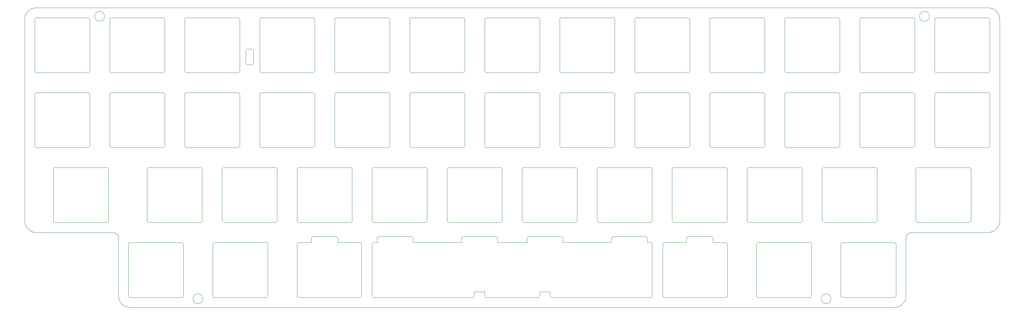
<source format=gm1>
%TF.GenerationSoftware,KiCad,Pcbnew,7.0.6*%
%TF.CreationDate,2023-09-07T16:15:18-04:00*%
%TF.ProjectId,Vault45_Alpha_FR4_Plate_Switch_Blocker_Cutouts,5661756c-7434-4355-9f41-6c7068615f46,rev?*%
%TF.SameCoordinates,PX1c63012PY7616bd0*%
%TF.FileFunction,Profile,NP*%
%FSLAX46Y46*%
G04 Gerber Fmt 4.6, Leading zero omitted, Abs format (unit mm)*
G04 Created by KiCad (PCBNEW 7.0.6) date 2023-09-07 16:15:18*
%MOMM*%
%LPD*%
G01*
G04 APERTURE LIST*
%TA.AperFunction,Profile*%
%ADD10C,0.090000*%
%TD*%
%ADD11C,0.090000*%
G04 APERTURE END LIST*
D10*
X116825000Y41149499D02*
X116825000Y54149499D01*
D11*
X117325000Y40649499D02*
X117224232Y40659658D01*
X117130377Y40688792D01*
X117045445Y40734891D01*
X116971446Y40795946D01*
X116910392Y40869944D01*
X116864292Y40954877D01*
X116835158Y41048732D01*
X116825000Y41149499D01*
D10*
X130325000Y40649499D02*
X117325000Y40649499D01*
D11*
X130825000Y41149499D02*
X130814841Y41048732D01*
X130785707Y40954877D01*
X130739607Y40869944D01*
X130678553Y40795946D01*
X130604554Y40734891D01*
X130519622Y40688792D01*
X130425767Y40659658D01*
X130325000Y40649499D01*
D10*
X130825000Y54149499D02*
X130825000Y41149499D01*
D11*
X130325000Y54649499D02*
X130425767Y54639341D01*
X130519622Y54610207D01*
X130604554Y54564107D01*
X130678553Y54503053D01*
X130739607Y54429054D01*
X130785707Y54344122D01*
X130814841Y54250267D01*
X130825000Y54149499D01*
D10*
X117325000Y54649499D02*
X130325000Y54649499D01*
D11*
X116825000Y54149499D02*
X116835158Y54250267D01*
X116864292Y54344122D01*
X116910392Y54429054D01*
X116971446Y54503053D01*
X117045445Y54564107D01*
X117130377Y54610207D01*
X117224232Y54639341D01*
X117325000Y54649499D01*
X130825000Y60199499D02*
X130814841Y60098732D01*
X130785707Y60004877D01*
X130739607Y59919944D01*
X130678553Y59845946D01*
X130604554Y59784891D01*
X130519622Y59738792D01*
X130425767Y59709658D01*
X130325000Y59699499D01*
D10*
X130825000Y73199499D02*
X130825000Y60199499D01*
D11*
X130325000Y73699499D02*
X130425767Y73689341D01*
X130519622Y73660207D01*
X130604554Y73614107D01*
X130678553Y73553053D01*
X130739607Y73479054D01*
X130785707Y73394122D01*
X130814841Y73300267D01*
X130825000Y73199499D01*
D10*
X117325000Y73699499D02*
X130325000Y73699499D01*
D11*
X116825000Y73199499D02*
X116835158Y73300267D01*
X116864292Y73394122D01*
X116910392Y73479054D01*
X116971446Y73553053D01*
X117045445Y73614107D01*
X117130377Y73660207D01*
X117224232Y73689341D01*
X117325000Y73699499D01*
D10*
X116825000Y60199499D02*
X116825000Y73199499D01*
D11*
X117325000Y59699499D02*
X117224232Y59709658D01*
X117130377Y59738792D01*
X117045445Y59784891D01*
X116971446Y59845946D01*
X116910392Y59919944D01*
X116864292Y60004877D01*
X116835158Y60098732D01*
X116825000Y60199499D01*
D10*
X130325000Y59699499D02*
X117325000Y59699499D01*
X114155648Y4018499D02*
X116825001Y4018499D01*
X114155647Y3048499D02*
X114155648Y4018499D01*
D11*
X113655647Y2548499D02*
X113756414Y2558658D01*
X113850269Y2587792D01*
X113935201Y2633891D01*
X114009200Y2694946D01*
X114070254Y2768944D01*
X114116354Y2853877D01*
X114145488Y2947732D01*
X114155647Y3048499D01*
D10*
X88750000Y2551326D02*
X113655647Y2548499D01*
D11*
X88250000Y3051326D02*
X88260158Y2950559D01*
X88289292Y2856704D01*
X88335392Y2771771D01*
X88396446Y2697773D01*
X88470445Y2636718D01*
X88555377Y2590619D01*
X88649232Y2561485D01*
X88750000Y2551326D01*
D10*
X88250000Y16048480D02*
X88250000Y3051326D01*
D11*
X88750000Y16548480D02*
X88649232Y16538322D01*
X88555377Y16509188D01*
X88470445Y16463088D01*
X88396446Y16402034D01*
X88335392Y16328035D01*
X88289292Y16243103D01*
X88260158Y16149248D01*
X88250000Y16048480D01*
D10*
X89500000Y16548498D02*
X88750000Y16548480D01*
X89500000Y17518499D02*
X89500000Y16548498D01*
D11*
X90000000Y18018499D02*
X89899232Y18008341D01*
X89805377Y17979207D01*
X89720445Y17933107D01*
X89646446Y17872053D01*
X89585392Y17798054D01*
X89539292Y17713122D01*
X89510158Y17619267D01*
X89500000Y17518499D01*
D10*
X98124000Y18018499D02*
X90000000Y18018499D01*
D11*
X98624000Y17518499D02*
X98613841Y17619267D01*
X98584707Y17713122D01*
X98538607Y17798054D01*
X98477553Y17872053D01*
X98403554Y17933107D01*
X98318622Y17979207D01*
X98224767Y18008341D01*
X98124000Y18018499D01*
D10*
X98624000Y16548498D02*
X98624000Y17518499D01*
X110924325Y16551329D02*
X98624000Y16548498D01*
X110924325Y17518499D02*
X110924325Y16551329D01*
D11*
X111424325Y18018499D02*
X111323557Y18008341D01*
X111229702Y17979207D01*
X111144770Y17933107D01*
X111070771Y17872053D01*
X111009717Y17798054D01*
X110963617Y17713122D01*
X110934483Y17619267D01*
X110924325Y17518499D01*
D10*
X119549047Y18018499D02*
X111424325Y18018499D01*
D11*
X120049047Y17518499D02*
X120038888Y17619267D01*
X120009754Y17713122D01*
X119963654Y17798054D01*
X119902600Y17872053D01*
X119828601Y17933107D01*
X119743669Y17979207D01*
X119649814Y18008341D01*
X119549047Y18018499D01*
D10*
X120049047Y16551329D02*
X120049047Y17518499D01*
X127600000Y16551329D02*
X120049047Y16551329D01*
X127600000Y17518499D02*
X127600000Y16551329D01*
D11*
X128100000Y18018499D02*
X127999232Y18008341D01*
X127905377Y17979207D01*
X127820445Y17933107D01*
X127746446Y17872053D01*
X127685392Y17798054D01*
X127639292Y17713122D01*
X127610158Y17619267D01*
X127600000Y17518499D01*
D10*
X136224000Y18018499D02*
X128100000Y18018499D01*
D11*
X136724000Y17518499D02*
X136713841Y17619267D01*
X136684707Y17713122D01*
X136638607Y17798054D01*
X136577553Y17872053D01*
X136503554Y17933107D01*
X136418622Y17979207D01*
X136324767Y18008341D01*
X136224000Y18018499D01*
D10*
X136724000Y16548498D02*
X136724000Y17518499D01*
X149023675Y16548498D02*
X136724000Y16548498D01*
X149023675Y17518499D02*
X149023675Y16548498D01*
D11*
X149523675Y18018499D02*
X149422907Y18008341D01*
X149329052Y17979207D01*
X149244120Y17933107D01*
X149170121Y17872053D01*
X149109067Y17798054D01*
X149062967Y17713122D01*
X149033833Y17619267D01*
X149023675Y17518499D01*
D10*
X157649847Y18018499D02*
X149523675Y18018499D01*
D11*
X158149847Y17518499D02*
X158139688Y17619267D01*
X158110554Y17713122D01*
X158064454Y17798054D01*
X158003400Y17872053D01*
X157929401Y17933107D01*
X157844469Y17979207D01*
X157750614Y18008341D01*
X157649847Y18018499D01*
D10*
X158149847Y16548499D02*
X158149847Y17518499D01*
X158900000Y16548499D02*
X158149847Y16548499D01*
D11*
X159400000Y16048499D02*
X159389841Y16149267D01*
X159360707Y16243122D01*
X159314607Y16328054D01*
X159253553Y16402053D01*
X159179554Y16463107D01*
X159094622Y16509207D01*
X159000767Y16538341D01*
X158900000Y16548499D01*
D10*
X159400000Y3048499D02*
X159400000Y16048499D01*
D11*
X158900000Y2548499D02*
X159000767Y2558658D01*
X159094622Y2587792D01*
X159179554Y2633891D01*
X159253553Y2694946D01*
X159314607Y2768944D01*
X159360707Y2853877D01*
X159389841Y2947732D01*
X159400000Y3048499D01*
D10*
X133994047Y2548499D02*
X158900000Y2548499D01*
D11*
X133494047Y3048499D02*
X133504205Y2947732D01*
X133533339Y2853877D01*
X133579438Y2768944D01*
X133640493Y2694946D01*
X133714491Y2633891D01*
X133799424Y2587792D01*
X133893279Y2558658D01*
X133994047Y2548499D01*
D10*
X133494046Y4018499D02*
X133494047Y3048499D01*
X130825002Y4018499D02*
X133494046Y4018499D01*
X130825000Y3051326D02*
X130825002Y4018499D01*
D11*
X130325000Y2551326D02*
X130425767Y2561485D01*
X130519622Y2590619D01*
X130604554Y2636718D01*
X130678553Y2697773D01*
X130739607Y2771771D01*
X130785707Y2856704D01*
X130814841Y2950559D01*
X130825000Y3051326D01*
D10*
X117325000Y2551326D02*
X130325000Y2551326D01*
D11*
X116825000Y3051326D02*
X116835158Y2950559D01*
X116864292Y2856704D01*
X116910392Y2771771D01*
X116971446Y2697773D01*
X117045445Y2636718D01*
X117130377Y2590619D01*
X117224232Y2561485D01*
X117325000Y2551326D01*
D10*
X116825001Y4018499D02*
X116825000Y3051326D01*
X229833010Y74023120D02*
G75*
G03*
X229833010Y74023120I-1250000J0D01*
G01*
D11*
X61268750Y16548499D02*
X61369517Y16538341D01*
X61463372Y16509207D01*
X61548304Y16463107D01*
X61622303Y16402053D01*
X61683357Y16328054D01*
X61729457Y16243122D01*
X61758591Y16149267D01*
X61768750Y16048499D01*
D10*
X48268750Y16548499D02*
X61268750Y16548499D01*
D11*
X47768750Y16048499D02*
X47778908Y16149267D01*
X47808042Y16243122D01*
X47854142Y16328054D01*
X47915196Y16402053D01*
X47989195Y16463107D01*
X48074127Y16509207D01*
X48167982Y16538341D01*
X48268750Y16548499D01*
D10*
X47768750Y3048499D02*
X47768750Y16048499D01*
D11*
X48268750Y2548499D02*
X48167982Y2558658D01*
X48074127Y2587792D01*
X47989195Y2633891D01*
X47915196Y2694946D01*
X47854142Y2768944D01*
X47808042Y2853877D01*
X47778908Y2947732D01*
X47768750Y3048499D01*
D10*
X61268750Y2548499D02*
X48268750Y2548499D01*
D11*
X61768750Y3048499D02*
X61758591Y2947732D01*
X61729457Y2853877D01*
X61683357Y2768944D01*
X61622303Y2694946D01*
X61548304Y2633891D01*
X61463372Y2587792D01*
X61369517Y2558658D01*
X61268750Y2548499D01*
D10*
X61768750Y16048499D02*
X61768750Y3048499D01*
D11*
X26337500Y16048499D02*
X26347658Y16149267D01*
X26376792Y16243122D01*
X26422892Y16328054D01*
X26483946Y16402053D01*
X26557945Y16463107D01*
X26642877Y16509207D01*
X26736732Y16538341D01*
X26837500Y16548499D01*
D10*
X26337500Y3048499D02*
X26337500Y16048499D01*
D11*
X26837500Y2548499D02*
X26736732Y2558658D01*
X26642877Y2587792D01*
X26557945Y2633891D01*
X26483946Y2694946D01*
X26422892Y2768944D01*
X26376792Y2853877D01*
X26347658Y2947732D01*
X26337500Y3048499D01*
D10*
X39837500Y2548499D02*
X26837500Y2548499D01*
D11*
X40337500Y3048499D02*
X40327341Y2947732D01*
X40298207Y2853877D01*
X40252107Y2768944D01*
X40191053Y2694946D01*
X40117054Y2633891D01*
X40032122Y2587792D01*
X39938267Y2558658D01*
X39837500Y2548499D01*
D10*
X40337500Y16048499D02*
X40337500Y3048499D01*
D11*
X39837500Y16548499D02*
X39938267Y16538341D01*
X40032122Y16509207D01*
X40117054Y16463107D01*
X40191053Y16402053D01*
X40252107Y16328054D01*
X40298207Y16243122D01*
X40327341Y16149267D01*
X40337500Y16048499D01*
D10*
X26837500Y16548499D02*
X39837500Y16548499D01*
X20298108Y74023025D02*
G75*
G03*
X20298108Y74023025I-1250000J0D01*
G01*
X45283052Y2223169D02*
G75*
G03*
X45283052Y2223169I-1250000J0D01*
G01*
D11*
X207312500Y16048499D02*
X207322658Y16149267D01*
X207351792Y16243122D01*
X207397892Y16328054D01*
X207458946Y16402053D01*
X207532945Y16463107D01*
X207617877Y16509207D01*
X207711732Y16538341D01*
X207812500Y16548499D01*
D10*
X207312500Y3048499D02*
X207312500Y16048499D01*
D11*
X207812500Y2548499D02*
X207711732Y2558658D01*
X207617877Y2587792D01*
X207532945Y2633891D01*
X207458946Y2694946D01*
X207397892Y2768944D01*
X207351792Y2853877D01*
X207322658Y2947732D01*
X207312500Y3048499D01*
D10*
X220812500Y2548499D02*
X207812500Y2548499D01*
D11*
X221312500Y3048499D02*
X221302341Y2947732D01*
X221273207Y2853877D01*
X221227107Y2768944D01*
X221166053Y2694946D01*
X221092054Y2633891D01*
X221007122Y2587792D01*
X220913267Y2558658D01*
X220812500Y2548499D01*
D10*
X221312500Y16048499D02*
X221312500Y3048499D01*
D11*
X220812500Y16548499D02*
X220913267Y16538341D01*
X221007122Y16509207D01*
X221092054Y16463107D01*
X221166053Y16402053D01*
X221227107Y16328054D01*
X221273207Y16243122D01*
X221302341Y16149267D01*
X221312500Y16048499D01*
D10*
X207812500Y16548499D02*
X220812500Y16548499D01*
X204843984Y2223222D02*
G75*
G03*
X204843984Y2223222I-1250000J0D01*
G01*
D11*
X185881250Y16048499D02*
X185891408Y16149267D01*
X185920542Y16243122D01*
X185966642Y16328054D01*
X186027696Y16402053D01*
X186101695Y16463107D01*
X186186627Y16509207D01*
X186280482Y16538341D01*
X186381250Y16548499D01*
D10*
X185881250Y3048499D02*
X185881250Y16048499D01*
D11*
X186381250Y2548499D02*
X186280482Y2558658D01*
X186186627Y2587792D01*
X186101695Y2633891D01*
X186027696Y2694946D01*
X185966642Y2768944D01*
X185920542Y2853877D01*
X185891408Y2947732D01*
X185881250Y3048499D01*
D10*
X199381250Y2548499D02*
X186381250Y2548499D01*
D11*
X199881250Y3048499D02*
X199871091Y2947732D01*
X199841957Y2853877D01*
X199795857Y2768944D01*
X199734803Y2694946D01*
X199660804Y2633891D01*
X199575872Y2587792D01*
X199482017Y2558658D01*
X199381250Y2548499D01*
D10*
X199881250Y16048499D02*
X199881250Y3048499D01*
D11*
X199381250Y16548499D02*
X199482017Y16538341D01*
X199575872Y16509207D01*
X199660804Y16463107D01*
X199734803Y16402053D01*
X199795857Y16328054D01*
X199841957Y16243122D01*
X199871091Y16149267D01*
X199881250Y16048499D01*
D10*
X186381250Y16548499D02*
X199381250Y16548499D01*
D11*
X0Y22073499D02*
X3903Y21919120D01*
X15488Y21766767D01*
X34566Y21616629D01*
X60949Y21468895D01*
X94447Y21323753D01*
X134874Y21181391D01*
X182039Y21041999D01*
X235754Y20905764D01*
X295832Y20772875D01*
X362083Y20643521D01*
X434320Y20517890D01*
X512352Y20396171D01*
X595993Y20278551D01*
X685054Y20165221D01*
X779345Y20056367D01*
X878679Y19952179D01*
X982867Y19852845D01*
X1091721Y19758553D01*
X1205052Y19669493D01*
X1322671Y19585852D01*
X1444390Y19507819D01*
X1570021Y19435583D01*
X1699376Y19369332D01*
X1832264Y19309254D01*
X1968499Y19255539D01*
X2107891Y19208373D01*
X2250253Y19167947D01*
X2395395Y19134449D01*
X2543129Y19108066D01*
X2693267Y19088988D01*
X2845620Y19077403D01*
X3000000Y19073499D01*
D10*
X0Y73223499D02*
X0Y22073499D01*
D11*
X3000000Y76223499D02*
X2845620Y76219596D01*
X2693267Y76208011D01*
X2543129Y76188933D01*
X2395395Y76162550D01*
X2250253Y76129052D01*
X2107891Y76088625D01*
X1968499Y76041460D01*
X1832264Y75987745D01*
X1699376Y75927667D01*
X1570021Y75861416D01*
X1444390Y75789179D01*
X1322671Y75711147D01*
X1205052Y75627506D01*
X1091721Y75538445D01*
X982867Y75444154D01*
X878679Y75344820D01*
X779345Y75240632D01*
X685054Y75131778D01*
X595993Y75018447D01*
X512352Y74900828D01*
X434320Y74779109D01*
X362083Y74653478D01*
X295832Y74524123D01*
X235754Y74391235D01*
X182039Y74255000D01*
X134874Y74115608D01*
X94447Y73973246D01*
X60949Y73828104D01*
X34566Y73680370D01*
X15488Y73530232D01*
X3903Y73377879D01*
X0Y73223499D01*
D10*
X244650000Y76223499D02*
X3000000Y76223499D01*
D11*
X247650000Y73223499D02*
X247646096Y73377879D01*
X247634511Y73530232D01*
X247615433Y73680370D01*
X247589050Y73828104D01*
X247555552Y73973246D01*
X247515125Y74115608D01*
X247467960Y74255000D01*
X247414245Y74391235D01*
X247354167Y74524123D01*
X247287916Y74653478D01*
X247215679Y74779109D01*
X247137647Y74900828D01*
X247054006Y75018447D01*
X246964945Y75131778D01*
X246870654Y75240632D01*
X246771320Y75344820D01*
X246667132Y75444154D01*
X246558278Y75538445D01*
X246444947Y75627506D01*
X246327328Y75711147D01*
X246205609Y75789179D01*
X246079978Y75861416D01*
X245950623Y75927667D01*
X245817735Y75987745D01*
X245681500Y76041460D01*
X245542108Y76088625D01*
X245399746Y76129052D01*
X245254604Y76162550D01*
X245106870Y76188933D01*
X244956732Y76208011D01*
X244804379Y76219596D01*
X244650000Y76223499D01*
D10*
X247650000Y22073499D02*
X247650000Y73223499D01*
D11*
X244650000Y19073499D02*
X244804379Y19077403D01*
X244956732Y19088988D01*
X245106870Y19108066D01*
X245254604Y19134449D01*
X245399746Y19167947D01*
X245542108Y19208373D01*
X245681500Y19255539D01*
X245817735Y19309254D01*
X245950623Y19369332D01*
X246079978Y19435583D01*
X246205609Y19507819D01*
X246327328Y19585852D01*
X246444947Y19669493D01*
X246558278Y19758553D01*
X246667132Y19852845D01*
X246771320Y19952179D01*
X246870654Y20056367D01*
X246964945Y20165221D01*
X247054006Y20278551D01*
X247137647Y20396171D01*
X247215679Y20517890D01*
X247287916Y20643521D01*
X247354167Y20772875D01*
X247414245Y20905764D01*
X247467960Y21041999D01*
X247515125Y21181391D01*
X247555552Y21323753D01*
X247589050Y21468895D01*
X247615433Y21616629D01*
X247634511Y21766767D01*
X247646096Y21919120D01*
X247650000Y22073499D01*
D10*
X225337500Y19073499D02*
X244650000Y19073499D01*
D11*
X223837500Y17573499D02*
X223845244Y17726866D01*
X223867974Y17875802D01*
X223904937Y18019554D01*
X223955377Y18157367D01*
X224018541Y18288489D01*
X224093676Y18412164D01*
X224180027Y18527639D01*
X224276839Y18634160D01*
X224383360Y18730972D01*
X224498835Y18817323D01*
X224622510Y18892458D01*
X224753632Y18955622D01*
X224891445Y19006062D01*
X225035197Y19043025D01*
X225184133Y19065755D01*
X225337500Y19073499D01*
D10*
X223837500Y3023499D02*
X223837500Y17573499D01*
D11*
X220837500Y23499D02*
X220991879Y27403D01*
X221144232Y38988D01*
X221294370Y58066D01*
X221442104Y84449D01*
X221587246Y117947D01*
X221729608Y158373D01*
X221869000Y205539D01*
X222005235Y259254D01*
X222138123Y319332D01*
X222267478Y385583D01*
X222393109Y457819D01*
X222514828Y535852D01*
X222632447Y619493D01*
X222745778Y708553D01*
X222854632Y802845D01*
X222958820Y902179D01*
X223058154Y1006367D01*
X223152445Y1115221D01*
X223241506Y1228551D01*
X223325147Y1346171D01*
X223403179Y1467890D01*
X223475416Y1593521D01*
X223541667Y1722875D01*
X223601745Y1855764D01*
X223655460Y1991999D01*
X223702625Y2131391D01*
X223743052Y2273753D01*
X223776550Y2418895D01*
X223802933Y2566629D01*
X223822011Y2716767D01*
X223833596Y2869120D01*
X223837500Y3023499D01*
D10*
X26812500Y23499D02*
X220837500Y23499D01*
D11*
X23812500Y3023499D02*
X23816403Y2869120D01*
X23827988Y2716767D01*
X23847066Y2566629D01*
X23873449Y2418895D01*
X23906947Y2273753D01*
X23947374Y2131391D01*
X23994539Y1991999D01*
X24048254Y1855764D01*
X24108332Y1722875D01*
X24174583Y1593521D01*
X24246820Y1467890D01*
X24324852Y1346171D01*
X24408493Y1228551D01*
X24497554Y1115221D01*
X24591845Y1006367D01*
X24691179Y902179D01*
X24795367Y802845D01*
X24904221Y708553D01*
X25017552Y619493D01*
X25135171Y535852D01*
X25256890Y457819D01*
X25382521Y385583D01*
X25511876Y319332D01*
X25644764Y259254D01*
X25780999Y205539D01*
X25920391Y158373D01*
X26062753Y117947D01*
X26207895Y84449D01*
X26355629Y58066D01*
X26505767Y38988D01*
X26658120Y27403D01*
X26812500Y23499D01*
D10*
X23812500Y17573499D02*
X23812500Y3023499D01*
D11*
X22312500Y19073499D02*
X22465866Y19065755D01*
X22614802Y19043025D01*
X22758554Y19006062D01*
X22896367Y18955622D01*
X23027489Y18892458D01*
X23151164Y18817323D01*
X23266639Y18730972D01*
X23373160Y18634160D01*
X23469972Y18527639D01*
X23556323Y18412164D01*
X23631458Y18288489D01*
X23694622Y18157367D01*
X23745062Y18019554D01*
X23782025Y17875802D01*
X23804755Y17726866D01*
X23812500Y17573499D01*
D10*
X3000000Y19073499D02*
X22312500Y19073499D01*
X174824000Y17518499D02*
X174823999Y16548499D01*
D11*
X174324000Y18018499D02*
X174424767Y18008341D01*
X174518622Y17979207D01*
X174603554Y17933107D01*
X174677553Y17872053D01*
X174738607Y17798054D01*
X174784707Y17713122D01*
X174813841Y17619267D01*
X174824000Y17518499D01*
D10*
X168574000Y18018499D02*
X174324000Y18018499D01*
D11*
X168074000Y17518499D02*
X168084158Y17619267D01*
X168113292Y17713122D01*
X168159392Y17798054D01*
X168220446Y17872053D01*
X168294445Y17933107D01*
X168379377Y17979207D01*
X168473232Y18008341D01*
X168574000Y18018499D01*
D10*
X168073999Y16548499D02*
X168074000Y17518499D01*
X162606000Y16548499D02*
X168073999Y16548499D01*
D11*
X162106000Y16048499D02*
X162116158Y16149267D01*
X162145292Y16243122D01*
X162191392Y16328054D01*
X162252446Y16402053D01*
X162326445Y16463107D01*
X162411377Y16509207D01*
X162505232Y16538341D01*
X162606000Y16548499D01*
D10*
X162106000Y3048499D02*
X162106000Y16048499D01*
D11*
X162606000Y2548499D02*
X162505232Y2558658D01*
X162411377Y2587792D01*
X162326445Y2633891D01*
X162252446Y2694946D01*
X162191392Y2768944D01*
X162145292Y2853877D01*
X162116158Y2947732D01*
X162106000Y3048499D01*
D10*
X177987000Y2548499D02*
X162606000Y2548499D01*
D11*
X178487000Y3048499D02*
X178476841Y2947732D01*
X178447707Y2853877D01*
X178401607Y2768944D01*
X178340553Y2694946D01*
X178266554Y2633891D01*
X178181622Y2587792D01*
X178087767Y2558658D01*
X177987000Y2548499D01*
D10*
X178487000Y16048499D02*
X178487000Y3048499D01*
D11*
X177987000Y16548499D02*
X178087767Y16538341D01*
X178181622Y16509207D01*
X178266554Y16463107D01*
X178340553Y16402053D01*
X178401607Y16328054D01*
X178447707Y16243122D01*
X178476841Y16149267D01*
X178487000Y16048499D01*
D10*
X174823999Y16548499D02*
X177987000Y16548499D01*
X79574000Y17518499D02*
X79573997Y16548499D01*
D11*
X79074000Y18018499D02*
X79174767Y18008341D01*
X79268622Y17979207D01*
X79353554Y17933107D01*
X79427553Y17872053D01*
X79488607Y17798054D01*
X79534707Y17713122D01*
X79563841Y17619267D01*
X79574000Y17518499D01*
D10*
X73324000Y18018499D02*
X79074000Y18018499D01*
D11*
X72824000Y17518499D02*
X72834158Y17619267D01*
X72863292Y17713122D01*
X72909392Y17798054D01*
X72970446Y17872053D01*
X73044445Y17933107D01*
X73129377Y17979207D01*
X73223232Y18008341D01*
X73324000Y18018499D01*
D10*
X72823999Y16548499D02*
X72824000Y17518499D01*
X69700000Y16548499D02*
X72823999Y16548499D01*
D11*
X69200000Y16048499D02*
X69210158Y16149267D01*
X69239292Y16243122D01*
X69285392Y16328054D01*
X69346446Y16402053D01*
X69420445Y16463107D01*
X69505377Y16509207D01*
X69599232Y16538341D01*
X69700000Y16548499D01*
D10*
X69200000Y3048499D02*
X69200000Y16048499D01*
D11*
X69700000Y2548499D02*
X69599232Y2558658D01*
X69505377Y2587792D01*
X69420445Y2633891D01*
X69346446Y2694946D01*
X69285392Y2768944D01*
X69239292Y2853877D01*
X69210158Y2947732D01*
X69200000Y3048499D01*
D10*
X85081000Y2548499D02*
X69700000Y2548499D01*
D11*
X85581000Y3048499D02*
X85570841Y2947732D01*
X85541707Y2853877D01*
X85495607Y2768944D01*
X85434553Y2694946D01*
X85360554Y2633891D01*
X85275622Y2587792D01*
X85181767Y2558658D01*
X85081000Y2548499D01*
D10*
X85581000Y16048499D02*
X85581000Y3048499D01*
D11*
X85081000Y16548499D02*
X85181767Y16538341D01*
X85275622Y16509207D01*
X85360554Y16463107D01*
X85434553Y16402053D01*
X85495607Y16328054D01*
X85541707Y16243122D01*
X85570841Y16149267D01*
X85581000Y16048499D01*
D10*
X79573997Y16548499D02*
X85081000Y16548499D01*
D11*
X239862500Y35599499D02*
X239963267Y35589341D01*
X240057122Y35560207D01*
X240142054Y35514108D01*
X240216053Y35453053D01*
X240277107Y35379055D01*
X240323207Y35294122D01*
X240352341Y35200267D01*
X240362500Y35099499D01*
D10*
X226862500Y35599499D02*
X239862500Y35599499D01*
D11*
X226362500Y35099499D02*
X226372658Y35200267D01*
X226401792Y35294122D01*
X226447892Y35379055D01*
X226508946Y35453053D01*
X226582945Y35514108D01*
X226667877Y35560207D01*
X226761732Y35589341D01*
X226862500Y35599499D01*
D10*
X226362500Y22099499D02*
X226362500Y35099499D01*
D11*
X226862500Y21599499D02*
X226761732Y21609658D01*
X226667877Y21638792D01*
X226582945Y21684892D01*
X226508946Y21745946D01*
X226447892Y21819945D01*
X226401792Y21904877D01*
X226372658Y21998732D01*
X226362500Y22099499D01*
D10*
X239862500Y21599499D02*
X226862500Y21599499D01*
D11*
X240362500Y22099499D02*
X240352341Y21998732D01*
X240323207Y21904877D01*
X240277107Y21819945D01*
X240216053Y21745946D01*
X240142054Y21684892D01*
X240057122Y21638792D01*
X239963267Y21609658D01*
X239862500Y21599499D01*
D10*
X240362500Y35099499D02*
X240362500Y22099499D01*
D11*
X20787500Y35599512D02*
X20888267Y35589354D01*
X20982122Y35560220D01*
X21067054Y35514121D01*
X21141053Y35453066D01*
X21202107Y35379068D01*
X21248207Y35294135D01*
X21277341Y35200280D01*
X21287500Y35099512D01*
D10*
X7787500Y35599512D02*
X20787500Y35599512D01*
D11*
X7287500Y35099512D02*
X7297658Y35200280D01*
X7326792Y35294135D01*
X7372892Y35379068D01*
X7433946Y35453066D01*
X7507945Y35514121D01*
X7592877Y35560220D01*
X7686732Y35589354D01*
X7787500Y35599512D01*
D10*
X7287500Y22099512D02*
X7287500Y35099512D01*
D11*
X7787500Y21599512D02*
X7686732Y21609671D01*
X7592877Y21638805D01*
X7507945Y21684905D01*
X7433946Y21745959D01*
X7372892Y21819958D01*
X7326792Y21904890D01*
X7297658Y21998745D01*
X7287500Y22099512D01*
D10*
X20787500Y21599512D02*
X7787500Y21599512D01*
D11*
X21287500Y22099512D02*
X21277341Y21998745D01*
X21248207Y21904890D01*
X21202107Y21819958D01*
X21141053Y21745959D01*
X21067054Y21684905D01*
X20982122Y21638805D01*
X20888267Y21609671D01*
X20787500Y21599512D01*
D10*
X21287500Y35099512D02*
X21287500Y22099512D01*
D11*
X58138165Y62223684D02*
X58128518Y62131563D01*
X58100682Y62042335D01*
X58056310Y61958895D01*
X57997055Y61884136D01*
X57924571Y61820953D01*
X57840511Y61772239D01*
X57746528Y61740889D01*
X57644278Y61729795D01*
D10*
X58138165Y65222295D02*
X58138165Y62223684D01*
D11*
X57644278Y65716185D02*
X57746528Y65706539D01*
X57840511Y65678703D01*
X57924571Y65634330D01*
X57997055Y65575074D01*
X58056310Y65502589D01*
X58100682Y65418529D01*
X58128518Y65324546D01*
X58138165Y65222295D01*
D10*
X56656499Y65716185D02*
X57644278Y65716185D01*
D11*
X56162613Y65222295D02*
X56172259Y65324546D01*
X56200095Y65418528D01*
X56244468Y65502589D01*
X56303724Y65575074D01*
X56376209Y65634330D01*
X56460269Y65678703D01*
X56554250Y65706539D01*
X56656499Y65716185D01*
D10*
X56162613Y62223684D02*
X56162613Y65222295D01*
D11*
X56656499Y61729795D02*
X56554248Y61739442D01*
X56460266Y61767278D01*
X56376206Y61811651D01*
X56303722Y61870906D01*
X56244467Y61943391D01*
X56200095Y62027452D01*
X56172259Y62121434D01*
X56162613Y62223684D01*
D10*
X57644278Y61729795D02*
X56656499Y61729795D01*
X183500460Y22099499D02*
X183500460Y35099499D01*
D11*
X184000460Y21599499D02*
X183899692Y21609658D01*
X183805837Y21638792D01*
X183720904Y21684892D01*
X183646906Y21745946D01*
X183585851Y21819945D01*
X183539752Y21904877D01*
X183510618Y21998732D01*
X183500460Y22099499D01*
D10*
X197000460Y21599499D02*
X184000460Y21599499D01*
D11*
X197500460Y22099499D02*
X197490301Y21998732D01*
X197461167Y21904877D01*
X197415067Y21819945D01*
X197354013Y21745946D01*
X197280014Y21684892D01*
X197195082Y21638792D01*
X197101227Y21609658D01*
X197000460Y21599499D01*
D10*
X197500460Y35099499D02*
X197500460Y22099499D01*
D11*
X197000460Y35599499D02*
X197101227Y35589341D01*
X197195082Y35560207D01*
X197280014Y35514108D01*
X197354013Y35453053D01*
X197415067Y35379055D01*
X197461167Y35294122D01*
X197490301Y35200267D01*
X197500460Y35099499D01*
D10*
X184000460Y35599499D02*
X197000460Y35599499D01*
D11*
X183500460Y35099499D02*
X183510618Y35200267D01*
X183539752Y35294122D01*
X183585851Y35379055D01*
X183646906Y35453053D01*
X183720904Y35514108D01*
X183805837Y35560207D01*
X183899692Y35589341D01*
X184000460Y35599499D01*
X203050460Y21599499D02*
X202949692Y21609658D01*
X202855837Y21638792D01*
X202770904Y21684892D01*
X202696906Y21745946D01*
X202635851Y21819945D01*
X202589752Y21904877D01*
X202560618Y21998732D01*
X202550460Y22099499D01*
D10*
X216050460Y21599499D02*
X203050460Y21599499D01*
D11*
X216550460Y22099499D02*
X216540301Y21998732D01*
X216511167Y21904877D01*
X216465067Y21819945D01*
X216404013Y21745946D01*
X216330014Y21684892D01*
X216245082Y21638792D01*
X216151227Y21609658D01*
X216050460Y21599499D01*
D10*
X216550460Y35099499D02*
X216550460Y22099499D01*
D11*
X216050460Y35599499D02*
X216151227Y35589341D01*
X216245082Y35560207D01*
X216330014Y35514108D01*
X216404013Y35453053D01*
X216465067Y35379055D01*
X216511167Y35294122D01*
X216540301Y35200267D01*
X216550460Y35099499D01*
D10*
X203050460Y35599499D02*
X216050460Y35599499D01*
D11*
X202550460Y35099499D02*
X202560618Y35200267D01*
X202589752Y35294122D01*
X202635851Y35379055D01*
X202696906Y35453053D01*
X202770904Y35514108D01*
X202855837Y35560207D01*
X202949692Y35589341D01*
X203050460Y35599499D01*
D10*
X202550460Y22099499D02*
X202550460Y35099499D01*
X177950460Y21599499D02*
X164950460Y21599499D01*
D11*
X178450460Y22099499D02*
X178440301Y21998732D01*
X178411167Y21904877D01*
X178365067Y21819945D01*
X178304013Y21745946D01*
X178230014Y21684892D01*
X178145082Y21638792D01*
X178051227Y21609658D01*
X177950460Y21599499D01*
D10*
X178450460Y35099499D02*
X178450460Y22099499D01*
D11*
X177950460Y35599499D02*
X178051227Y35589341D01*
X178145082Y35560207D01*
X178230014Y35514108D01*
X178304013Y35453053D01*
X178365067Y35379055D01*
X178411167Y35294122D01*
X178440301Y35200267D01*
X178450460Y35099499D01*
D10*
X164950460Y35599499D02*
X177950460Y35599499D01*
D11*
X164450460Y35099499D02*
X164460618Y35200267D01*
X164489752Y35294122D01*
X164535851Y35379055D01*
X164596906Y35453053D01*
X164670904Y35514108D01*
X164755837Y35560207D01*
X164849692Y35589341D01*
X164950460Y35599499D01*
D10*
X164450460Y22099499D02*
X164450460Y35099499D01*
D11*
X164950460Y21599499D02*
X164849692Y21609658D01*
X164755837Y21638792D01*
X164670904Y21684892D01*
X164596906Y21745946D01*
X164535851Y21819945D01*
X164489752Y21904877D01*
X164460618Y21998732D01*
X164450460Y22099499D01*
X145400460Y35099499D02*
X145410618Y35200267D01*
X145439752Y35294122D01*
X145485851Y35379055D01*
X145546906Y35453053D01*
X145620904Y35514108D01*
X145705837Y35560207D01*
X145799692Y35589341D01*
X145900460Y35599499D01*
D10*
X145400460Y22099499D02*
X145400460Y35099499D01*
D11*
X145900460Y21599499D02*
X145799692Y21609658D01*
X145705837Y21638792D01*
X145620904Y21684892D01*
X145546906Y21745946D01*
X145485851Y21819945D01*
X145439752Y21904877D01*
X145410618Y21998732D01*
X145400460Y22099499D01*
D10*
X158900460Y21599499D02*
X145900460Y21599499D01*
D11*
X159400460Y22099499D02*
X159390301Y21998732D01*
X159361167Y21904877D01*
X159315067Y21819945D01*
X159254013Y21745946D01*
X159180014Y21684892D01*
X159095082Y21638792D01*
X159001227Y21609658D01*
X158900460Y21599499D01*
D10*
X159400460Y35099499D02*
X159400460Y22099499D01*
D11*
X158900460Y35599499D02*
X159001227Y35589341D01*
X159095082Y35560207D01*
X159180014Y35514108D01*
X159254013Y35453053D01*
X159315067Y35379055D01*
X159361167Y35294122D01*
X159390301Y35200267D01*
X159400460Y35099499D01*
D10*
X145900460Y35599499D02*
X158900460Y35599499D01*
D11*
X126850460Y21599499D02*
X126749692Y21609658D01*
X126655837Y21638792D01*
X126570904Y21684892D01*
X126496906Y21745946D01*
X126435851Y21819945D01*
X126389752Y21904877D01*
X126360618Y21998732D01*
X126350460Y22099499D01*
D10*
X139850460Y21599499D02*
X126850460Y21599499D01*
D11*
X140350460Y22099499D02*
X140340301Y21998732D01*
X140311167Y21904877D01*
X140265067Y21819945D01*
X140204013Y21745946D01*
X140130014Y21684892D01*
X140045082Y21638792D01*
X139951227Y21609658D01*
X139850460Y21599499D01*
D10*
X140350460Y35099499D02*
X140350460Y22099499D01*
D11*
X139850460Y35599499D02*
X139951227Y35589341D01*
X140045082Y35560207D01*
X140130014Y35514108D01*
X140204013Y35453053D01*
X140265067Y35379055D01*
X140311167Y35294122D01*
X140340301Y35200267D01*
X140350460Y35099499D01*
D10*
X126850460Y35599499D02*
X139850460Y35599499D01*
D11*
X126350460Y35099499D02*
X126360618Y35200267D01*
X126389752Y35294122D01*
X126435851Y35379055D01*
X126496906Y35453053D01*
X126570904Y35514108D01*
X126655837Y35560207D01*
X126749692Y35589341D01*
X126850460Y35599499D01*
D10*
X126350460Y22099499D02*
X126350460Y35099499D01*
X50650460Y35599499D02*
X63650460Y35599499D01*
D11*
X50150460Y35099499D02*
X50160618Y35200267D01*
X50189752Y35294122D01*
X50235851Y35379055D01*
X50296906Y35453053D01*
X50370904Y35514108D01*
X50455837Y35560207D01*
X50549692Y35589341D01*
X50650460Y35599499D01*
D10*
X50150460Y22099499D02*
X50150460Y35099499D01*
D11*
X50650460Y21599499D02*
X50549692Y21609658D01*
X50455837Y21638792D01*
X50370904Y21684892D01*
X50296906Y21745946D01*
X50235851Y21819945D01*
X50189752Y21904877D01*
X50160618Y21998732D01*
X50150460Y22099499D01*
D10*
X63650460Y21599499D02*
X50650460Y21599499D01*
D11*
X64150460Y22099499D02*
X64140301Y21998732D01*
X64111167Y21904877D01*
X64065067Y21819945D01*
X64004013Y21745946D01*
X63930014Y21684892D01*
X63845082Y21638792D01*
X63751227Y21609658D01*
X63650460Y21599499D01*
D10*
X64150460Y35099499D02*
X64150460Y22099499D01*
D11*
X63650460Y35599499D02*
X63751227Y35589341D01*
X63845082Y35560207D01*
X63930014Y35514108D01*
X64004013Y35453053D01*
X64065067Y35379055D01*
X64111167Y35294122D01*
X64140301Y35200267D01*
X64150460Y35099499D01*
D10*
X83200460Y35099499D02*
X83200460Y22099499D01*
D11*
X82700460Y35599499D02*
X82801227Y35589341D01*
X82895082Y35560207D01*
X82980014Y35514108D01*
X83054013Y35453053D01*
X83115067Y35379055D01*
X83161167Y35294122D01*
X83190301Y35200267D01*
X83200460Y35099499D01*
D10*
X69700460Y35599499D02*
X82700460Y35599499D01*
D11*
X69200460Y35099499D02*
X69210618Y35200267D01*
X69239752Y35294122D01*
X69285851Y35379055D01*
X69346906Y35453053D01*
X69420904Y35514108D01*
X69505837Y35560207D01*
X69599692Y35589341D01*
X69700460Y35599499D01*
D10*
X69200460Y22099499D02*
X69200460Y35099499D01*
D11*
X69700460Y21599499D02*
X69599692Y21609658D01*
X69505837Y21638792D01*
X69420904Y21684892D01*
X69346906Y21745946D01*
X69285851Y21819945D01*
X69239752Y21904877D01*
X69210618Y21998732D01*
X69200460Y22099499D01*
D10*
X82700460Y21599499D02*
X69700460Y21599499D01*
D11*
X83200460Y22099499D02*
X83190301Y21998732D01*
X83161167Y21904877D01*
X83115067Y21819945D01*
X83054013Y21745946D01*
X82980014Y21684892D01*
X82895082Y21638792D01*
X82801227Y21609658D01*
X82700460Y21599499D01*
D10*
X120800460Y21599499D02*
X107800460Y21599499D01*
D11*
X121300460Y22099499D02*
X121290301Y21998732D01*
X121261167Y21904877D01*
X121215067Y21819945D01*
X121154013Y21745946D01*
X121080014Y21684892D01*
X120995082Y21638792D01*
X120901227Y21609658D01*
X120800460Y21599499D01*
D10*
X121300460Y35099499D02*
X121300460Y22099499D01*
D11*
X120800460Y35599499D02*
X120901227Y35589341D01*
X120995082Y35560207D01*
X121080014Y35514108D01*
X121154013Y35453053D01*
X121215067Y35379055D01*
X121261167Y35294122D01*
X121290301Y35200267D01*
X121300460Y35099499D01*
D10*
X107800460Y35599499D02*
X120800460Y35599499D01*
D11*
X107300460Y35099499D02*
X107310618Y35200267D01*
X107339752Y35294122D01*
X107385851Y35379055D01*
X107446906Y35453053D01*
X107520904Y35514108D01*
X107605837Y35560207D01*
X107699692Y35589341D01*
X107800460Y35599499D01*
D10*
X107300460Y22099499D02*
X107300460Y35099499D01*
D11*
X107800460Y21599499D02*
X107699692Y21609658D01*
X107605837Y21638792D01*
X107520904Y21684892D01*
X107446906Y21745946D01*
X107385851Y21819945D01*
X107339752Y21904877D01*
X107310618Y21998732D01*
X107300460Y22099499D01*
D10*
X102250460Y35099499D02*
X102250460Y22099499D01*
D11*
X101750460Y35599499D02*
X101851227Y35589341D01*
X101945082Y35560207D01*
X102030014Y35514108D01*
X102104013Y35453053D01*
X102165067Y35379055D01*
X102211167Y35294122D01*
X102240301Y35200267D01*
X102250460Y35099499D01*
D10*
X88750460Y35599499D02*
X101750460Y35599499D01*
D11*
X88250460Y35099499D02*
X88260618Y35200267D01*
X88289752Y35294122D01*
X88335851Y35379055D01*
X88396906Y35453053D01*
X88470904Y35514108D01*
X88555837Y35560207D01*
X88649692Y35589341D01*
X88750460Y35599499D01*
D10*
X88250460Y22099499D02*
X88250460Y35099499D01*
D11*
X88750460Y21599499D02*
X88649692Y21609658D01*
X88555837Y21638792D01*
X88470904Y21684892D01*
X88396906Y21745946D01*
X88335851Y21819945D01*
X88289752Y21904877D01*
X88260618Y21998732D01*
X88250460Y22099499D01*
D10*
X101750460Y21599499D02*
X88750460Y21599499D01*
D11*
X102250460Y22099499D02*
X102240301Y21998732D01*
X102211167Y21904877D01*
X102165067Y21819945D01*
X102104013Y21745946D01*
X102030014Y21684892D01*
X101945082Y21638792D01*
X101851227Y21609658D01*
X101750460Y21599499D01*
X212575389Y40649499D02*
X212474621Y40659658D01*
X212380766Y40688792D01*
X212295833Y40734891D01*
X212221835Y40795946D01*
X212160780Y40869944D01*
X212114681Y40954877D01*
X212085547Y41048732D01*
X212075389Y41149499D01*
D10*
X225575389Y40649499D02*
X212575389Y40649499D01*
D11*
X226075389Y41149499D02*
X226065230Y41048732D01*
X226036096Y40954877D01*
X225989996Y40869944D01*
X225928942Y40795946D01*
X225854943Y40734891D01*
X225770011Y40688792D01*
X225676156Y40659658D01*
X225575389Y40649499D01*
D10*
X226075389Y54149499D02*
X226075389Y41149499D01*
D11*
X225575389Y54649499D02*
X225676156Y54639341D01*
X225770011Y54610207D01*
X225854943Y54564107D01*
X225928942Y54503053D01*
X225989996Y54429054D01*
X226036096Y54344122D01*
X226065230Y54250267D01*
X226075389Y54149499D01*
D10*
X212575389Y54649499D02*
X225575389Y54649499D01*
D11*
X212075389Y54149499D02*
X212085547Y54250267D01*
X212114681Y54344122D01*
X212160780Y54429054D01*
X212221835Y54503053D01*
X212295833Y54564107D01*
X212380766Y54610207D01*
X212474621Y54639341D01*
X212575389Y54649499D01*
D10*
X212075389Y41149499D02*
X212075389Y54149499D01*
X187975389Y54149499D02*
X187975389Y41149499D01*
D11*
X187475389Y54649499D02*
X187576156Y54639341D01*
X187670011Y54610207D01*
X187754943Y54564107D01*
X187828942Y54503053D01*
X187889996Y54429054D01*
X187936096Y54344122D01*
X187965230Y54250267D01*
X187975389Y54149499D01*
D10*
X174475389Y54649499D02*
X187475389Y54649499D01*
D11*
X173975389Y54149499D02*
X173985547Y54250267D01*
X174014681Y54344122D01*
X174060780Y54429054D01*
X174121835Y54503053D01*
X174195833Y54564107D01*
X174280766Y54610207D01*
X174374621Y54639341D01*
X174475389Y54649499D01*
D10*
X173975389Y41149499D02*
X173975389Y54149499D01*
D11*
X174475389Y40649499D02*
X174374621Y40659658D01*
X174280766Y40688792D01*
X174195833Y40734891D01*
X174121835Y40795946D01*
X174060780Y40869944D01*
X174014681Y40954877D01*
X173985547Y41048732D01*
X173975389Y41149499D01*
D10*
X187475389Y40649499D02*
X174475389Y40649499D01*
D11*
X187975389Y41149499D02*
X187965230Y41048732D01*
X187936096Y40954877D01*
X187889996Y40869944D01*
X187828942Y40795946D01*
X187754943Y40734891D01*
X187670011Y40688792D01*
X187576156Y40659658D01*
X187475389Y40649499D01*
X168925389Y41149499D02*
X168915230Y41048732D01*
X168886096Y40954877D01*
X168839996Y40869944D01*
X168778942Y40795946D01*
X168704943Y40734891D01*
X168620011Y40688792D01*
X168526156Y40659658D01*
X168425389Y40649499D01*
D10*
X168925389Y54149499D02*
X168925389Y41149499D01*
D11*
X168425389Y54649499D02*
X168526156Y54639341D01*
X168620011Y54610207D01*
X168704943Y54564107D01*
X168778942Y54503053D01*
X168839996Y54429054D01*
X168886096Y54344122D01*
X168915230Y54250267D01*
X168925389Y54149499D01*
D10*
X155425389Y54649499D02*
X168425389Y54649499D01*
D11*
X154925389Y54149499D02*
X154935547Y54250267D01*
X154964681Y54344122D01*
X155010780Y54429054D01*
X155071835Y54503053D01*
X155145833Y54564107D01*
X155230766Y54610207D01*
X155324621Y54639341D01*
X155425389Y54649499D01*
D10*
X154925389Y41149499D02*
X154925389Y54149499D01*
D11*
X155425389Y40649499D02*
X155324621Y40659658D01*
X155230766Y40688792D01*
X155145833Y40734891D01*
X155071835Y40795946D01*
X155010780Y40869944D01*
X154964681Y40954877D01*
X154935547Y41048732D01*
X154925389Y41149499D01*
D10*
X168425389Y40649499D02*
X155425389Y40649499D01*
X244625389Y40649499D02*
X231625389Y40649499D01*
D11*
X245125389Y41149499D02*
X245115230Y41048732D01*
X245086096Y40954877D01*
X245039996Y40869944D01*
X244978942Y40795946D01*
X244904943Y40734891D01*
X244820011Y40688792D01*
X244726156Y40659658D01*
X244625389Y40649499D01*
D10*
X245125389Y54149499D02*
X245125389Y41149499D01*
D11*
X244625389Y54649499D02*
X244726156Y54639341D01*
X244820011Y54610207D01*
X244904943Y54564107D01*
X244978942Y54503053D01*
X245039996Y54429054D01*
X245086096Y54344122D01*
X245115230Y54250267D01*
X245125389Y54149499D01*
D10*
X231625389Y54649499D02*
X244625389Y54649499D01*
D11*
X231125389Y54149499D02*
X231135547Y54250267D01*
X231164681Y54344122D01*
X231210780Y54429054D01*
X231271835Y54503053D01*
X231345833Y54564107D01*
X231430766Y54610207D01*
X231524621Y54639341D01*
X231625389Y54649499D01*
D10*
X231125389Y41149499D02*
X231125389Y54149499D01*
D11*
X231625389Y40649499D02*
X231524621Y40659658D01*
X231430766Y40688792D01*
X231345833Y40734891D01*
X231271835Y40795946D01*
X231210780Y40869944D01*
X231164681Y40954877D01*
X231135547Y41048732D01*
X231125389Y41149499D01*
X206525389Y54649499D02*
X206626156Y54639341D01*
X206720011Y54610207D01*
X206804943Y54564107D01*
X206878942Y54503053D01*
X206939996Y54429054D01*
X206986096Y54344122D01*
X207015230Y54250267D01*
X207025389Y54149499D01*
D10*
X193525389Y54649499D02*
X206525389Y54649499D01*
D11*
X193025389Y54149499D02*
X193035547Y54250267D01*
X193064681Y54344122D01*
X193110780Y54429054D01*
X193171835Y54503053D01*
X193245833Y54564107D01*
X193330766Y54610207D01*
X193424621Y54639341D01*
X193525389Y54649499D01*
D10*
X193025389Y41149499D02*
X193025389Y54149499D01*
D11*
X193525389Y40649499D02*
X193424621Y40659658D01*
X193330766Y40688792D01*
X193245833Y40734891D01*
X193171835Y40795946D01*
X193110780Y40869944D01*
X193064681Y40954877D01*
X193035547Y41048732D01*
X193025389Y41149499D01*
D10*
X206525389Y40649499D02*
X193525389Y40649499D01*
D11*
X207025389Y41149499D02*
X207015230Y41048732D01*
X206986096Y40954877D01*
X206939996Y40869944D01*
X206878942Y40795946D01*
X206804943Y40734891D01*
X206720011Y40688792D01*
X206626156Y40659658D01*
X206525389Y40649499D01*
D10*
X207025389Y54149499D02*
X207025389Y41149499D01*
D11*
X44600460Y35599499D02*
X44701227Y35589341D01*
X44795082Y35560207D01*
X44880014Y35514108D01*
X44954013Y35453053D01*
X45015067Y35379055D01*
X45061167Y35294122D01*
X45090301Y35200267D01*
X45100460Y35099499D01*
D10*
X31600460Y35599499D02*
X44600460Y35599499D01*
D11*
X31100460Y35099499D02*
X31110618Y35200267D01*
X31139752Y35294122D01*
X31185851Y35379055D01*
X31246906Y35453053D01*
X31320904Y35514108D01*
X31405837Y35560207D01*
X31499692Y35589341D01*
X31600460Y35599499D01*
D10*
X31100460Y22099499D02*
X31100460Y35099499D01*
D11*
X31600460Y21599499D02*
X31499692Y21609658D01*
X31405837Y21638792D01*
X31320904Y21684892D01*
X31246906Y21745946D01*
X31185851Y21819945D01*
X31139752Y21904877D01*
X31110618Y21998732D01*
X31100460Y22099499D01*
D10*
X44600460Y21599499D02*
X31600460Y21599499D01*
D11*
X45100460Y22099499D02*
X45090301Y21998732D01*
X45061167Y21904877D01*
X45015067Y21819945D01*
X44954013Y21745946D01*
X44880014Y21684892D01*
X44795082Y21638792D01*
X44701227Y21609658D01*
X44600460Y21599499D01*
D10*
X45100460Y35099499D02*
X45100460Y22099499D01*
X135875389Y41149499D02*
X135875389Y54149499D01*
D11*
X136375389Y40649499D02*
X136274621Y40659658D01*
X136180766Y40688792D01*
X136095833Y40734891D01*
X136021835Y40795946D01*
X135960780Y40869944D01*
X135914681Y40954877D01*
X135885547Y41048732D01*
X135875389Y41149499D01*
D10*
X149375389Y40649499D02*
X136375389Y40649499D01*
D11*
X149875389Y41149499D02*
X149865230Y41048732D01*
X149836096Y40954877D01*
X149789996Y40869944D01*
X149728942Y40795946D01*
X149654943Y40734891D01*
X149570011Y40688792D01*
X149476156Y40659658D01*
X149375389Y40649499D01*
D10*
X149875389Y54149499D02*
X149875389Y41149499D01*
D11*
X149375389Y54649499D02*
X149476156Y54639341D01*
X149570011Y54610207D01*
X149654943Y54564107D01*
X149728942Y54503053D01*
X149789996Y54429054D01*
X149836096Y54344122D01*
X149865230Y54250267D01*
X149875389Y54149499D01*
D10*
X136375389Y54649499D02*
X149375389Y54649499D01*
D11*
X135875389Y54149499D02*
X135885547Y54250267D01*
X135914681Y54344122D01*
X135960780Y54429054D01*
X136021835Y54503053D01*
X136095833Y54564107D01*
X136180766Y54610207D01*
X136274621Y54639341D01*
X136375389Y54649499D01*
X73675389Y60199499D02*
X73665230Y60098732D01*
X73636096Y60004877D01*
X73589996Y59919944D01*
X73528942Y59845946D01*
X73454943Y59784891D01*
X73370011Y59738792D01*
X73276156Y59709658D01*
X73175389Y59699499D01*
D10*
X73675389Y73199499D02*
X73675389Y60199499D01*
D11*
X73175389Y73699499D02*
X73276156Y73689341D01*
X73370011Y73660207D01*
X73454943Y73614107D01*
X73528942Y73553053D01*
X73589996Y73479054D01*
X73636096Y73394122D01*
X73665230Y73300267D01*
X73675389Y73199499D01*
D10*
X60175389Y73699499D02*
X73175389Y73699499D01*
D11*
X59675389Y73199499D02*
X59685547Y73300267D01*
X59714681Y73394122D01*
X59760780Y73479054D01*
X59821835Y73553053D01*
X59895833Y73614107D01*
X59980766Y73660207D01*
X60074621Y73689341D01*
X60175389Y73699499D01*
D10*
X59675389Y60199499D02*
X59675389Y73199499D01*
D11*
X60175389Y59699499D02*
X60074621Y59709658D01*
X59980766Y59738792D01*
X59895833Y59784891D01*
X59821835Y59845946D01*
X59760780Y59919944D01*
X59714681Y60004877D01*
X59685547Y60098732D01*
X59675389Y60199499D01*
D10*
X73175389Y59699499D02*
X60175389Y59699499D01*
X54125389Y59699499D02*
X41125389Y59699499D01*
D11*
X54625389Y60199499D02*
X54615230Y60098732D01*
X54586096Y60004877D01*
X54539996Y59919944D01*
X54478942Y59845946D01*
X54404943Y59784891D01*
X54320011Y59738792D01*
X54226156Y59709658D01*
X54125389Y59699499D01*
D10*
X54625389Y73199499D02*
X54625389Y60199499D01*
D11*
X54125389Y73699499D02*
X54226156Y73689341D01*
X54320011Y73660207D01*
X54404943Y73614107D01*
X54478942Y73553053D01*
X54539996Y73479054D01*
X54586096Y73394122D01*
X54615230Y73300267D01*
X54625389Y73199499D01*
D10*
X41125389Y73699499D02*
X54125389Y73699499D01*
D11*
X40625389Y73199499D02*
X40635547Y73300267D01*
X40664681Y73394122D01*
X40710780Y73479054D01*
X40771835Y73553053D01*
X40845833Y73614107D01*
X40930766Y73660207D01*
X41024621Y73689341D01*
X41125389Y73699499D01*
D10*
X40625389Y60199499D02*
X40625389Y73199499D01*
D11*
X41125389Y59699499D02*
X41024621Y59709658D01*
X40930766Y59738792D01*
X40845833Y59784891D01*
X40771835Y59845946D01*
X40710780Y59919944D01*
X40664681Y60004877D01*
X40635547Y60098732D01*
X40625389Y60199499D01*
D10*
X35075389Y59699499D02*
X22075389Y59699499D01*
D11*
X35575389Y60199499D02*
X35565230Y60098732D01*
X35536096Y60004877D01*
X35489996Y59919944D01*
X35428942Y59845946D01*
X35354943Y59784891D01*
X35270011Y59738792D01*
X35176156Y59709658D01*
X35075389Y59699499D01*
D10*
X35575389Y73199499D02*
X35575389Y60199499D01*
D11*
X35075389Y73699499D02*
X35176156Y73689341D01*
X35270011Y73660207D01*
X35354943Y73614107D01*
X35428942Y73553053D01*
X35489996Y73479054D01*
X35536096Y73394122D01*
X35565230Y73300267D01*
X35575389Y73199499D01*
D10*
X22075389Y73699499D02*
X35075389Y73699499D01*
D11*
X21575389Y73199499D02*
X21585547Y73300267D01*
X21614681Y73394122D01*
X21660780Y73479054D01*
X21721835Y73553053D01*
X21795833Y73614107D01*
X21880766Y73660207D01*
X21974621Y73689341D01*
X22075389Y73699499D01*
D10*
X21575389Y60199499D02*
X21575389Y73199499D01*
D11*
X22075389Y59699499D02*
X21974621Y59709658D01*
X21880766Y59738792D01*
X21795833Y59784891D01*
X21721835Y59845946D01*
X21660780Y59919944D01*
X21614681Y60004877D01*
X21585547Y60098732D01*
X21575389Y60199499D01*
D10*
X16525389Y73199499D02*
X16525389Y60199499D01*
D11*
X16025389Y73699499D02*
X16126156Y73689341D01*
X16220011Y73660207D01*
X16304943Y73614107D01*
X16378942Y73553053D01*
X16439996Y73479054D01*
X16486096Y73394122D01*
X16515230Y73300267D01*
X16525389Y73199499D01*
D10*
X3025389Y73699499D02*
X16025389Y73699499D01*
D11*
X2525389Y73199499D02*
X2535547Y73300267D01*
X2564681Y73394122D01*
X2610780Y73479054D01*
X2671835Y73553053D01*
X2745833Y73614107D01*
X2830766Y73660207D01*
X2924621Y73689341D01*
X3025389Y73699499D01*
D10*
X2525389Y60199499D02*
X2525389Y73199499D01*
D11*
X3025389Y59699499D02*
X2924621Y59709658D01*
X2830766Y59738792D01*
X2745833Y59784891D01*
X2671835Y59845946D01*
X2610780Y59919944D01*
X2564681Y60004877D01*
X2535547Y60098732D01*
X2525389Y60199499D01*
D10*
X16025389Y59699499D02*
X3025389Y59699499D01*
D11*
X16525389Y60199499D02*
X16515230Y60098732D01*
X16486096Y60004877D01*
X16439996Y59919944D01*
X16378942Y59845946D01*
X16304943Y59784891D01*
X16220011Y59738792D01*
X16126156Y59709658D01*
X16025389Y59699499D01*
X212575389Y59699499D02*
X212474621Y59709658D01*
X212380766Y59738792D01*
X212295833Y59784891D01*
X212221835Y59845946D01*
X212160780Y59919944D01*
X212114681Y60004877D01*
X212085547Y60098732D01*
X212075389Y60199499D01*
D10*
X225575389Y59699499D02*
X212575389Y59699499D01*
D11*
X226075389Y60199499D02*
X226065230Y60098732D01*
X226036096Y60004877D01*
X225989996Y59919944D01*
X225928942Y59845946D01*
X225854943Y59784891D01*
X225770011Y59738792D01*
X225676156Y59709658D01*
X225575389Y59699499D01*
D10*
X226075389Y73199499D02*
X226075389Y60199499D01*
D11*
X225575389Y73699499D02*
X225676156Y73689341D01*
X225770011Y73660207D01*
X225854943Y73614107D01*
X225928942Y73553053D01*
X225989996Y73479054D01*
X226036096Y73394122D01*
X226065230Y73300267D01*
X226075389Y73199499D01*
D10*
X212575389Y73699499D02*
X225575389Y73699499D01*
D11*
X212075389Y73199499D02*
X212085547Y73300267D01*
X212114681Y73394122D01*
X212160780Y73479054D01*
X212221835Y73553053D01*
X212295833Y73614107D01*
X212380766Y73660207D01*
X212474621Y73689341D01*
X212575389Y73699499D01*
D10*
X212075389Y60199499D02*
X212075389Y73199499D01*
X22075389Y54649499D02*
X35075389Y54649499D01*
D11*
X21575389Y54149499D02*
X21585547Y54250267D01*
X21614681Y54344122D01*
X21660780Y54429054D01*
X21721835Y54503053D01*
X21795833Y54564107D01*
X21880766Y54610207D01*
X21974621Y54639341D01*
X22075389Y54649499D01*
D10*
X21575389Y41149499D02*
X21575389Y54149499D01*
D11*
X22075389Y40649499D02*
X21974621Y40659658D01*
X21880766Y40688792D01*
X21795833Y40734891D01*
X21721835Y40795946D01*
X21660780Y40869944D01*
X21614681Y40954877D01*
X21585547Y41048732D01*
X21575389Y41149499D01*
D10*
X35075389Y40649499D02*
X22075389Y40649499D01*
D11*
X35575389Y41149499D02*
X35565230Y41048732D01*
X35536096Y40954877D01*
X35489996Y40869944D01*
X35428942Y40795946D01*
X35354943Y40734891D01*
X35270011Y40688792D01*
X35176156Y40659658D01*
X35075389Y40649499D01*
D10*
X35575389Y54149499D02*
X35575389Y41149499D01*
D11*
X35075389Y54649499D02*
X35176156Y54639341D01*
X35270011Y54610207D01*
X35354943Y54564107D01*
X35428942Y54503053D01*
X35489996Y54429054D01*
X35536096Y54344122D01*
X35565230Y54250267D01*
X35575389Y54149499D01*
D10*
X231125389Y60199499D02*
X231125389Y73199499D01*
D11*
X231625389Y59699499D02*
X231524621Y59709658D01*
X231430766Y59738792D01*
X231345833Y59784891D01*
X231271835Y59845946D01*
X231210780Y59919944D01*
X231164681Y60004877D01*
X231135547Y60098732D01*
X231125389Y60199499D01*
D10*
X244625389Y59699499D02*
X231625389Y59699499D01*
D11*
X245125389Y60199499D02*
X245115230Y60098732D01*
X245086096Y60004877D01*
X245039996Y59919944D01*
X244978942Y59845946D01*
X244904943Y59784891D01*
X244820011Y59738792D01*
X244726156Y59709658D01*
X244625389Y59699499D01*
D10*
X245125389Y73199499D02*
X245125389Y60199499D01*
D11*
X244625389Y73699499D02*
X244726156Y73689341D01*
X244820011Y73660207D01*
X244904943Y73614107D01*
X244978942Y73553053D01*
X245039996Y73479054D01*
X245086096Y73394122D01*
X245115230Y73300267D01*
X245125389Y73199499D01*
D10*
X231625389Y73699499D02*
X244625389Y73699499D01*
D11*
X231125389Y73199499D02*
X231135547Y73300267D01*
X231164681Y73394122D01*
X231210780Y73479054D01*
X231271835Y73553053D01*
X231345833Y73614107D01*
X231430766Y73660207D01*
X231524621Y73689341D01*
X231625389Y73699499D01*
D10*
X16025389Y40649499D02*
X3025389Y40649499D01*
D11*
X16525389Y41149499D02*
X16515230Y41048732D01*
X16486096Y40954877D01*
X16439996Y40869944D01*
X16378942Y40795946D01*
X16304943Y40734891D01*
X16220011Y40688792D01*
X16126156Y40659658D01*
X16025389Y40649499D01*
D10*
X16525389Y54149499D02*
X16525389Y41149499D01*
D11*
X16025389Y54649499D02*
X16126156Y54639341D01*
X16220011Y54610207D01*
X16304943Y54564107D01*
X16378942Y54503053D01*
X16439996Y54429054D01*
X16486096Y54344122D01*
X16515230Y54250267D01*
X16525389Y54149499D01*
D10*
X3025389Y54649499D02*
X16025389Y54649499D01*
D11*
X2525389Y54149499D02*
X2535547Y54250267D01*
X2564681Y54344122D01*
X2610780Y54429054D01*
X2671835Y54503053D01*
X2745833Y54564107D01*
X2830766Y54610207D01*
X2924621Y54639341D01*
X3025389Y54649499D01*
D10*
X2525389Y41149499D02*
X2525389Y54149499D01*
D11*
X3025389Y40649499D02*
X2924621Y40659658D01*
X2830766Y40688792D01*
X2745833Y40734891D01*
X2671835Y40795946D01*
X2610780Y40869944D01*
X2564681Y40954877D01*
X2535547Y41048732D01*
X2525389Y41149499D01*
D10*
X59675389Y41149499D02*
X59675389Y54149499D01*
D11*
X60175389Y40649499D02*
X60074621Y40659658D01*
X59980766Y40688792D01*
X59895833Y40734891D01*
X59821835Y40795946D01*
X59760780Y40869944D01*
X59714681Y40954877D01*
X59685547Y41048732D01*
X59675389Y41149499D01*
D10*
X73175389Y40649499D02*
X60175389Y40649499D01*
D11*
X73675389Y41149499D02*
X73665230Y41048732D01*
X73636096Y40954877D01*
X73589996Y40869944D01*
X73528942Y40795946D01*
X73454943Y40734891D01*
X73370011Y40688792D01*
X73276156Y40659658D01*
X73175389Y40649499D01*
D10*
X73675389Y54149499D02*
X73675389Y41149499D01*
D11*
X73175389Y54649499D02*
X73276156Y54639341D01*
X73370011Y54610207D01*
X73454943Y54564107D01*
X73528942Y54503053D01*
X73589996Y54429054D01*
X73636096Y54344122D01*
X73665230Y54250267D01*
X73675389Y54149499D01*
D10*
X60175389Y54649499D02*
X73175389Y54649499D01*
D11*
X59675389Y54149499D02*
X59685547Y54250267D01*
X59714681Y54344122D01*
X59760780Y54429054D01*
X59821835Y54503053D01*
X59895833Y54564107D01*
X59980766Y54610207D01*
X60074621Y54639341D01*
X60175389Y54649499D01*
D10*
X97775389Y41149499D02*
X97775389Y54149499D01*
D11*
X98275389Y40649499D02*
X98174621Y40659658D01*
X98080766Y40688792D01*
X97995833Y40734891D01*
X97921835Y40795946D01*
X97860780Y40869944D01*
X97814681Y40954877D01*
X97785547Y41048732D01*
X97775389Y41149499D01*
D10*
X111275389Y40649499D02*
X98275389Y40649499D01*
D11*
X111775389Y41149499D02*
X111765230Y41048732D01*
X111736096Y40954877D01*
X111689996Y40869944D01*
X111628942Y40795946D01*
X111554943Y40734891D01*
X111470011Y40688792D01*
X111376156Y40659658D01*
X111275389Y40649499D01*
D10*
X111775389Y54149499D02*
X111775389Y41149499D01*
D11*
X111275389Y54649499D02*
X111376156Y54639341D01*
X111470011Y54610207D01*
X111554943Y54564107D01*
X111628942Y54503053D01*
X111689996Y54429054D01*
X111736096Y54344122D01*
X111765230Y54250267D01*
X111775389Y54149499D01*
D10*
X98275389Y54649499D02*
X111275389Y54649499D01*
D11*
X97775389Y54149499D02*
X97785547Y54250267D01*
X97814681Y54344122D01*
X97860780Y54429054D01*
X97921835Y54503053D01*
X97995833Y54564107D01*
X98080766Y54610207D01*
X98174621Y54639341D01*
X98275389Y54649499D01*
D10*
X92725389Y54149499D02*
X92725389Y41149499D01*
D11*
X92225389Y54649499D02*
X92326156Y54639341D01*
X92420011Y54610207D01*
X92504943Y54564107D01*
X92578942Y54503053D01*
X92639996Y54429054D01*
X92686096Y54344122D01*
X92715230Y54250267D01*
X92725389Y54149499D01*
D10*
X79225389Y54649499D02*
X92225389Y54649499D01*
D11*
X78725389Y54149499D02*
X78735547Y54250267D01*
X78764681Y54344122D01*
X78810780Y54429054D01*
X78871835Y54503053D01*
X78945833Y54564107D01*
X79030766Y54610207D01*
X79124621Y54639341D01*
X79225389Y54649499D01*
D10*
X78725389Y41149499D02*
X78725389Y54149499D01*
D11*
X79225389Y40649499D02*
X79124621Y40659658D01*
X79030766Y40688792D01*
X78945833Y40734891D01*
X78871835Y40795946D01*
X78810780Y40869944D01*
X78764681Y40954877D01*
X78735547Y41048732D01*
X78725389Y41149499D01*
D10*
X92225389Y40649499D02*
X79225389Y40649499D01*
D11*
X92725389Y41149499D02*
X92715230Y41048732D01*
X92686096Y40954877D01*
X92639996Y40869944D01*
X92578942Y40795946D01*
X92504943Y40734891D01*
X92420011Y40688792D01*
X92326156Y40659658D01*
X92225389Y40649499D01*
D10*
X40625389Y41149499D02*
X40625389Y54149499D01*
D11*
X41125389Y40649499D02*
X41024621Y40659658D01*
X40930766Y40688792D01*
X40845833Y40734891D01*
X40771835Y40795946D01*
X40710780Y40869944D01*
X40664681Y40954877D01*
X40635547Y41048732D01*
X40625389Y41149499D01*
D10*
X54125389Y40649499D02*
X41125389Y40649499D01*
D11*
X54625389Y41149499D02*
X54615230Y41048732D01*
X54586096Y40954877D01*
X54539996Y40869944D01*
X54478942Y40795946D01*
X54404943Y40734891D01*
X54320011Y40688792D01*
X54226156Y40659658D01*
X54125389Y40649499D01*
D10*
X54625389Y54149499D02*
X54625389Y41149499D01*
D11*
X54125389Y54649499D02*
X54226156Y54639341D01*
X54320011Y54610207D01*
X54404943Y54564107D01*
X54478942Y54503053D01*
X54539996Y54429054D01*
X54586096Y54344122D01*
X54615230Y54250267D01*
X54625389Y54149499D01*
D10*
X41125389Y54649499D02*
X54125389Y54649499D01*
D11*
X40625389Y54149499D02*
X40635547Y54250267D01*
X40664681Y54344122D01*
X40710780Y54429054D01*
X40771835Y54503053D01*
X40845833Y54564107D01*
X40930766Y54610207D01*
X41024621Y54639341D01*
X41125389Y54649499D01*
X149875389Y60199499D02*
X149865230Y60098732D01*
X149836096Y60004877D01*
X149789996Y59919944D01*
X149728942Y59845946D01*
X149654943Y59784891D01*
X149570011Y59738792D01*
X149476156Y59709658D01*
X149375389Y59699499D01*
D10*
X149875389Y73199499D02*
X149875389Y60199499D01*
D11*
X149375389Y73699499D02*
X149476156Y73689341D01*
X149570011Y73660207D01*
X149654943Y73614107D01*
X149728942Y73553053D01*
X149789996Y73479054D01*
X149836096Y73394122D01*
X149865230Y73300267D01*
X149875389Y73199499D01*
D10*
X136375389Y73699499D02*
X149375389Y73699499D01*
D11*
X135875389Y73199499D02*
X135885547Y73300267D01*
X135914681Y73394122D01*
X135960780Y73479054D01*
X136021835Y73553053D01*
X136095833Y73614107D01*
X136180766Y73660207D01*
X136274621Y73689341D01*
X136375389Y73699499D01*
D10*
X135875389Y60199499D02*
X135875389Y73199499D01*
D11*
X136375389Y59699499D02*
X136274621Y59709658D01*
X136180766Y59738792D01*
X136095833Y59784891D01*
X136021835Y59845946D01*
X135960780Y59919944D01*
X135914681Y60004877D01*
X135885547Y60098732D01*
X135875389Y60199499D01*
D10*
X149375389Y59699499D02*
X136375389Y59699499D01*
X193525389Y73699499D02*
X206525389Y73699499D01*
D11*
X193025389Y73199499D02*
X193035547Y73300267D01*
X193064681Y73394122D01*
X193110780Y73479054D01*
X193171835Y73553053D01*
X193245833Y73614107D01*
X193330766Y73660207D01*
X193424621Y73689341D01*
X193525389Y73699499D01*
D10*
X193025389Y60199499D02*
X193025389Y73199499D01*
D11*
X193525389Y59699499D02*
X193424621Y59709658D01*
X193330766Y59738792D01*
X193245833Y59784891D01*
X193171835Y59845946D01*
X193110780Y59919944D01*
X193064681Y60004877D01*
X193035547Y60098732D01*
X193025389Y60199499D01*
D10*
X206525389Y59699499D02*
X193525389Y59699499D01*
D11*
X207025389Y60199499D02*
X207015230Y60098732D01*
X206986096Y60004877D01*
X206939996Y59919944D01*
X206878942Y59845946D01*
X206804943Y59784891D01*
X206720011Y59738792D01*
X206626156Y59709658D01*
X206525389Y59699499D01*
D10*
X207025389Y73199499D02*
X207025389Y60199499D01*
D11*
X206525389Y73699499D02*
X206626156Y73689341D01*
X206720011Y73660207D01*
X206804943Y73614107D01*
X206878942Y73553053D01*
X206939996Y73479054D01*
X206986096Y73394122D01*
X207015230Y73300267D01*
X207025389Y73199499D01*
D10*
X174475389Y73699499D02*
X187475389Y73699499D01*
D11*
X173975389Y73199499D02*
X173985547Y73300267D01*
X174014681Y73394122D01*
X174060780Y73479054D01*
X174121835Y73553053D01*
X174195833Y73614107D01*
X174280766Y73660207D01*
X174374621Y73689341D01*
X174475389Y73699499D01*
D10*
X173975389Y60199499D02*
X173975389Y73199499D01*
D11*
X174475389Y59699499D02*
X174374621Y59709658D01*
X174280766Y59738792D01*
X174195833Y59784891D01*
X174121835Y59845946D01*
X174060780Y59919944D01*
X174014681Y60004877D01*
X173985547Y60098732D01*
X173975389Y60199499D01*
D10*
X187475389Y59699499D02*
X174475389Y59699499D01*
D11*
X187975389Y60199499D02*
X187965230Y60098732D01*
X187936096Y60004877D01*
X187889996Y59919944D01*
X187828942Y59845946D01*
X187754943Y59784891D01*
X187670011Y59738792D01*
X187576156Y59709658D01*
X187475389Y59699499D01*
D10*
X187975389Y73199499D02*
X187975389Y60199499D01*
D11*
X187475389Y73699499D02*
X187576156Y73689341D01*
X187670011Y73660207D01*
X187754943Y73614107D01*
X187828942Y73553053D01*
X187889996Y73479054D01*
X187936096Y73394122D01*
X187965230Y73300267D01*
X187975389Y73199499D01*
D10*
X154925389Y60199499D02*
X154925389Y73199499D01*
D11*
X155425389Y59699499D02*
X155324621Y59709658D01*
X155230766Y59738792D01*
X155145833Y59784891D01*
X155071835Y59845946D01*
X155010780Y59919944D01*
X154964681Y60004877D01*
X154935547Y60098732D01*
X154925389Y60199499D01*
D10*
X168425389Y59699499D02*
X155425389Y59699499D01*
D11*
X168925389Y60199499D02*
X168915230Y60098732D01*
X168886096Y60004877D01*
X168839996Y59919944D01*
X168778942Y59845946D01*
X168704943Y59784891D01*
X168620011Y59738792D01*
X168526156Y59709658D01*
X168425389Y59699499D01*
D10*
X168925389Y73199499D02*
X168925389Y60199499D01*
D11*
X168425389Y73699499D02*
X168526156Y73689341D01*
X168620011Y73660207D01*
X168704943Y73614107D01*
X168778942Y73553053D01*
X168839996Y73479054D01*
X168886096Y73394122D01*
X168915230Y73300267D01*
X168925389Y73199499D01*
D10*
X155425389Y73699499D02*
X168425389Y73699499D01*
D11*
X154925389Y73199499D02*
X154935547Y73300267D01*
X154964681Y73394122D01*
X155010780Y73479054D01*
X155071835Y73553053D01*
X155145833Y73614107D01*
X155230766Y73660207D01*
X155324621Y73689341D01*
X155425389Y73699499D01*
D10*
X111275389Y59699499D02*
X98275389Y59699499D01*
D11*
X111775389Y60199499D02*
X111765230Y60098732D01*
X111736096Y60004877D01*
X111689996Y59919944D01*
X111628942Y59845946D01*
X111554943Y59784891D01*
X111470011Y59738792D01*
X111376156Y59709658D01*
X111275389Y59699499D01*
D10*
X111775389Y73199499D02*
X111775389Y60199499D01*
D11*
X111275389Y73699499D02*
X111376156Y73689341D01*
X111470011Y73660207D01*
X111554943Y73614107D01*
X111628942Y73553053D01*
X111689996Y73479054D01*
X111736096Y73394122D01*
X111765230Y73300267D01*
X111775389Y73199499D01*
D10*
X98275389Y73699499D02*
X111275389Y73699499D01*
D11*
X97775389Y73199499D02*
X97785547Y73300267D01*
X97814681Y73394122D01*
X97860780Y73479054D01*
X97921835Y73553053D01*
X97995833Y73614107D01*
X98080766Y73660207D01*
X98174621Y73689341D01*
X98275389Y73699499D01*
D10*
X97775389Y60199499D02*
X97775389Y73199499D01*
D11*
X98275389Y59699499D02*
X98174621Y59709658D01*
X98080766Y59738792D01*
X97995833Y59784891D01*
X97921835Y59845946D01*
X97860780Y59919944D01*
X97814681Y60004877D01*
X97785547Y60098732D01*
X97775389Y60199499D01*
D10*
X78725389Y60199499D02*
X78725389Y73199499D01*
D11*
X79225389Y59699499D02*
X79124621Y59709658D01*
X79030766Y59738792D01*
X78945833Y59784891D01*
X78871835Y59845946D01*
X78810780Y59919944D01*
X78764681Y60004877D01*
X78735547Y60098732D01*
X78725389Y60199499D01*
D10*
X92225389Y59699499D02*
X79225389Y59699499D01*
D11*
X92725389Y60199499D02*
X92715230Y60098732D01*
X92686096Y60004877D01*
X92639996Y59919944D01*
X92578942Y59845946D01*
X92504943Y59784891D01*
X92420011Y59738792D01*
X92326156Y59709658D01*
X92225389Y59699499D01*
D10*
X92725389Y73199499D02*
X92725389Y60199499D01*
D11*
X92225389Y73699499D02*
X92326156Y73689341D01*
X92420011Y73660207D01*
X92504943Y73614107D01*
X92578942Y73553053D01*
X92639996Y73479054D01*
X92686096Y73394122D01*
X92715230Y73300267D01*
X92725389Y73199499D01*
D10*
X79225389Y73699499D02*
X92225389Y73699499D01*
D11*
X78725389Y73199499D02*
X78735547Y73300267D01*
X78764681Y73394122D01*
X78810780Y73479054D01*
X78871835Y73553053D01*
X78945833Y73614107D01*
X79030766Y73660207D01*
X79124621Y73689341D01*
X79225389Y73699499D01*
M02*

</source>
